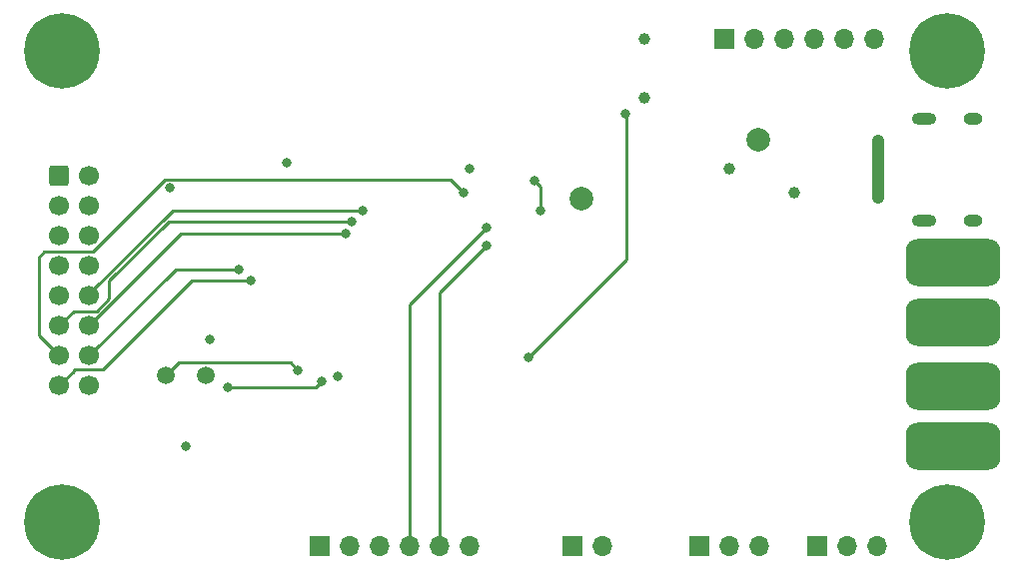
<source format=gbl>
G04 #@! TF.GenerationSoftware,KiCad,Pcbnew,6.0.9-8da3e8f707~117~ubuntu22.04.1*
G04 #@! TF.CreationDate,2022-12-19T09:45:41+00:00*
G04 #@! TF.ProjectId,esp32display,65737033-3264-4697-9370-6c61792e6b69,rev?*
G04 #@! TF.SameCoordinates,Original*
G04 #@! TF.FileFunction,Copper,L4,Bot*
G04 #@! TF.FilePolarity,Positive*
%FSLAX46Y46*%
G04 Gerber Fmt 4.6, Leading zero omitted, Abs format (unit mm)*
G04 Created by KiCad (PCBNEW 6.0.9-8da3e8f707~117~ubuntu22.04.1) date 2022-12-19 09:45:41*
%MOMM*%
%LPD*%
G01*
G04 APERTURE LIST*
G04 Aperture macros list*
%AMRoundRect*
0 Rectangle with rounded corners*
0 $1 Rounding radius*
0 $2 $3 $4 $5 $6 $7 $8 $9 X,Y pos of 4 corners*
0 Add a 4 corners polygon primitive as box body*
4,1,4,$2,$3,$4,$5,$6,$7,$8,$9,$2,$3,0*
0 Add four circle primitives for the rounded corners*
1,1,$1+$1,$2,$3*
1,1,$1+$1,$4,$5*
1,1,$1+$1,$6,$7*
1,1,$1+$1,$8,$9*
0 Add four rect primitives between the rounded corners*
20,1,$1+$1,$2,$3,$4,$5,0*
20,1,$1+$1,$4,$5,$6,$7,0*
20,1,$1+$1,$6,$7,$8,$9,0*
20,1,$1+$1,$8,$9,$2,$3,0*%
G04 Aperture macros list end*
G04 #@! TA.AperFunction,ComponentPad*
%ADD10R,1.700000X1.700000*%
G04 #@! TD*
G04 #@! TA.AperFunction,ComponentPad*
%ADD11O,1.700000X1.700000*%
G04 #@! TD*
G04 #@! TA.AperFunction,ComponentPad*
%ADD12O,2.100000X1.000000*%
G04 #@! TD*
G04 #@! TA.AperFunction,ComponentPad*
%ADD13O,1.600000X1.000000*%
G04 #@! TD*
G04 #@! TA.AperFunction,ComponentPad*
%ADD14RoundRect,1.000000X-3.000000X1.000000X-3.000000X-1.000000X3.000000X-1.000000X3.000000X1.000000X0*%
G04 #@! TD*
G04 #@! TA.AperFunction,ComponentPad*
%ADD15C,0.800000*%
G04 #@! TD*
G04 #@! TA.AperFunction,ComponentPad*
%ADD16C,6.400000*%
G04 #@! TD*
G04 #@! TA.AperFunction,ComponentPad*
%ADD17RoundRect,0.250000X-0.600000X-0.600000X0.600000X-0.600000X0.600000X0.600000X-0.600000X0.600000X0*%
G04 #@! TD*
G04 #@! TA.AperFunction,ComponentPad*
%ADD18C,1.700000*%
G04 #@! TD*
G04 #@! TA.AperFunction,ComponentPad*
%ADD19C,1.500000*%
G04 #@! TD*
G04 #@! TA.AperFunction,ViaPad*
%ADD20C,2.000000*%
G04 #@! TD*
G04 #@! TA.AperFunction,ViaPad*
%ADD21C,1.000000*%
G04 #@! TD*
G04 #@! TA.AperFunction,ViaPad*
%ADD22C,0.800000*%
G04 #@! TD*
G04 #@! TA.AperFunction,Conductor*
%ADD23C,1.000000*%
G04 #@! TD*
G04 #@! TA.AperFunction,Conductor*
%ADD24C,0.250000*%
G04 #@! TD*
G04 APERTURE END LIST*
D10*
G04 #@! TO.P,J8,1,Pin_1*
G04 #@! TO.N,+5V*
X190500000Y-121000000D03*
D11*
G04 #@! TO.P,J8,2,Pin_2*
G04 #@! TO.N,Net-(D3-Pad2)*
X193040000Y-121000000D03*
G04 #@! TO.P,J8,3,Pin_3*
G04 #@! TO.N,GND*
X195580000Y-121000000D03*
G04 #@! TD*
D12*
G04 #@! TO.P,J3,S1,SHIELD*
G04 #@! TO.N,GND*
X199545000Y-93370000D03*
D13*
X203725000Y-84730000D03*
D12*
X199545000Y-84730000D03*
D13*
X203725000Y-93370000D03*
G04 #@! TD*
D10*
G04 #@! TO.P,J6,1,Pin_1*
G04 #@! TO.N,TOUCH1*
X169725000Y-121000000D03*
D11*
G04 #@! TO.P,J6,2,Pin_2*
G04 #@! TO.N,TOUCH2*
X172265000Y-121000000D03*
G04 #@! TD*
D14*
G04 #@! TO.P,J2,1,Pin_1*
G04 #@! TO.N,GND*
X202000000Y-107460000D03*
G04 #@! TO.P,J2,2,Pin_2*
G04 #@! TO.N,+5V*
X202000000Y-112540000D03*
G04 #@! TD*
D10*
G04 #@! TO.P,J4,1,Pin_1*
G04 #@! TO.N,+3V3*
X148340000Y-121000000D03*
D11*
G04 #@! TO.P,J4,2,Pin_2*
X150880000Y-121000000D03*
G04 #@! TO.P,J4,3,Pin_3*
G04 #@! TO.N,GND*
X153420000Y-121000000D03*
G04 #@! TO.P,J4,4,Pin_4*
G04 #@! TO.N,SCL*
X155960000Y-121000000D03*
G04 #@! TO.P,J4,5,Pin_5*
G04 #@! TO.N,SDA*
X158500000Y-121000000D03*
G04 #@! TO.P,J4,6,Pin_6*
G04 #@! TO.N,unconnected-(J4-Pad6)*
X161040000Y-121000000D03*
G04 #@! TD*
D10*
G04 #@! TO.P,J9,1,Pin_1*
G04 #@! TO.N,+3V3*
X182650000Y-78000000D03*
D11*
G04 #@! TO.P,J9,2,Pin_2*
G04 #@! TO.N,GND*
X185190000Y-78000000D03*
G04 #@! TO.P,J9,3,Pin_3*
G04 #@! TO.N,TXDO_PROG*
X187730000Y-78000000D03*
G04 #@! TO.P,J9,4,Pin_4*
G04 #@! TO.N,RXDI_PROG*
X190270000Y-78000000D03*
G04 #@! TO.P,J9,5,Pin_5*
G04 #@! TO.N,RESET*
X192810000Y-78000000D03*
G04 #@! TO.P,J9,6,Pin_6*
G04 #@! TO.N,BOOT*
X195350000Y-78000000D03*
G04 #@! TD*
D15*
G04 #@! TO.P,REF\u002A\u002A,1*
G04 #@! TO.N,N/C*
X203197056Y-117302944D03*
X199802944Y-117302944D03*
X199802944Y-120697056D03*
X201500000Y-121400000D03*
X203197056Y-120697056D03*
X201500000Y-116600000D03*
X203900000Y-119000000D03*
X199100000Y-119000000D03*
D16*
X201500000Y-119000000D03*
G04 #@! TD*
D17*
G04 #@! TO.P,J5,1,Pin_1*
G04 #@! TO.N,R1*
X126247500Y-89610000D03*
D18*
G04 #@! TO.P,J5,2,Pin_2*
G04 #@! TO.N,G1*
X128787500Y-89610000D03*
G04 #@! TO.P,J5,3,Pin_3*
G04 #@! TO.N,B1*
X126247500Y-92150000D03*
G04 #@! TO.P,J5,4,Pin_4*
G04 #@! TO.N,GND*
X128787500Y-92150000D03*
G04 #@! TO.P,J5,5,Pin_5*
G04 #@! TO.N,R2*
X126247500Y-94690000D03*
G04 #@! TO.P,J5,6,Pin_6*
G04 #@! TO.N,G2*
X128787500Y-94690000D03*
G04 #@! TO.P,J5,7,Pin_7*
G04 #@! TO.N,B2*
X126247500Y-97230000D03*
G04 #@! TO.P,J5,8,Pin_8*
G04 #@! TO.N,GND*
X128787500Y-97230000D03*
G04 #@! TO.P,J5,9,Pin_9*
G04 #@! TO.N,A*
X126247500Y-99770000D03*
G04 #@! TO.P,J5,10,Pin_10*
G04 #@! TO.N,B*
X128787500Y-99770000D03*
G04 #@! TO.P,J5,11,Pin_11*
G04 #@! TO.N,C*
X126247500Y-102310000D03*
G04 #@! TO.P,J5,12,Pin_12*
G04 #@! TO.N,D*
X128787500Y-102310000D03*
G04 #@! TO.P,J5,13,Pin_13*
G04 #@! TO.N,CLK*
X126247500Y-104850000D03*
G04 #@! TO.P,J5,14,Pin_14*
G04 #@! TO.N,LAT*
X128787500Y-104850000D03*
G04 #@! TO.P,J5,15,Pin_15*
G04 #@! TO.N,OE*
X126247500Y-107390000D03*
G04 #@! TO.P,J5,16,Pin_16*
G04 #@! TO.N,GND*
X128787500Y-107390000D03*
G04 #@! TD*
D15*
G04 #@! TO.P,REF\u002A\u002A,1*
G04 #@! TO.N,N/C*
X203900000Y-79000000D03*
X201500000Y-76600000D03*
X199802944Y-80697056D03*
X201500000Y-81400000D03*
X203197056Y-77302944D03*
X203197056Y-80697056D03*
D16*
X201500000Y-79000000D03*
D15*
X199100000Y-79000000D03*
X199802944Y-77302944D03*
G04 #@! TD*
D10*
G04 #@! TO.P,J7,1,Pin_1*
G04 #@! TO.N,+5V*
X180475000Y-121000000D03*
D11*
G04 #@! TO.P,J7,2,Pin_2*
G04 #@! TO.N,Net-(D2-Pad2)*
X183015000Y-121000000D03*
G04 #@! TO.P,J7,3,Pin_3*
G04 #@! TO.N,GND*
X185555000Y-121000000D03*
G04 #@! TD*
D14*
G04 #@! TO.P,J1,1,Pin_1*
G04 #@! TO.N,GND*
X202000000Y-96920000D03*
G04 #@! TO.P,J1,2,Pin_2*
G04 #@! TO.N,+5V*
X202000000Y-102000000D03*
G04 #@! TD*
D19*
G04 #@! TO.P,R4,1*
G04 #@! TO.N,LIGHT*
X135300000Y-106500000D03*
G04 #@! TO.P,R4,2*
G04 #@! TO.N,GND*
X138700000Y-106500000D03*
G04 #@! TD*
D15*
G04 #@! TO.P,REF\u002A\u002A,1*
G04 #@! TO.N,N/C*
X126500000Y-81400000D03*
X124802944Y-77302944D03*
X128197056Y-80697056D03*
X124100000Y-79000000D03*
D16*
X126500000Y-79000000D03*
D15*
X126500000Y-76600000D03*
X128197056Y-77302944D03*
X128900000Y-79000000D03*
X124802944Y-80697056D03*
G04 #@! TD*
G04 #@! TO.P,REF\u002A\u002A,1*
G04 #@! TO.N,N/C*
X128197056Y-117302944D03*
X124100000Y-119000000D03*
X126500000Y-121400000D03*
X126500000Y-116600000D03*
D16*
X126500000Y-119000000D03*
D15*
X124802944Y-120697056D03*
X128900000Y-119000000D03*
X128197056Y-120697056D03*
X124802944Y-117302944D03*
G04 #@! TD*
D20*
G04 #@! TO.N,+5V*
X185500000Y-86500000D03*
D21*
G04 #@! TO.N,GND*
X183000000Y-89000000D03*
D22*
X145500000Y-88500000D03*
X149870707Y-106605500D03*
D21*
X188500000Y-91000000D03*
X175824500Y-83000000D03*
X175824500Y-78000000D03*
D22*
X161000000Y-89000000D03*
G04 #@! TO.N,+3V3*
X137000000Y-112500000D03*
X139000000Y-103500000D03*
D20*
X170500000Y-91500000D03*
D22*
X135629500Y-90629500D03*
G04 #@! TO.N,Net-(D1-Pad2)*
X195650000Y-91400000D03*
X195658847Y-86575500D03*
G04 #@! TO.N,NPX2*
X166500000Y-90000000D03*
X167000000Y-92500000D03*
G04 #@! TO.N,SDA*
X162500000Y-95500000D03*
G04 #@! TO.N,SCL*
X162500000Y-94000000D03*
G04 #@! TO.N,B*
X152000000Y-92500000D03*
G04 #@! TO.N,C*
X151000000Y-93500000D03*
G04 #@! TO.N,D*
X150500000Y-94500000D03*
G04 #@! TO.N,CLK*
X160500000Y-91000000D03*
G04 #@! TO.N,LAT*
X141500000Y-97500000D03*
G04 #@! TO.N,OE*
X142500000Y-98500000D03*
G04 #@! TO.N,BOOT*
X174261880Y-84325999D03*
X165995201Y-105004799D03*
G04 #@! TO.N,LIGHT*
X146500000Y-106054502D03*
G04 #@! TO.N,BUTTON*
X148500000Y-107000000D03*
X140500000Y-107500000D03*
G04 #@! TD*
D23*
G04 #@! TO.N,Net-(D1-Pad2)*
X195650000Y-91400000D02*
X195650000Y-86584347D01*
X195650000Y-86584347D02*
X195658847Y-86575500D01*
D24*
G04 #@! TO.N,NPX2*
X167000000Y-90500000D02*
X167000000Y-92500000D01*
X166500000Y-90000000D02*
X167000000Y-90500000D01*
G04 #@! TO.N,SDA*
X158500000Y-99500000D02*
X158500000Y-121000000D01*
X162500000Y-95500000D02*
X158500000Y-99500000D01*
G04 #@! TO.N,SCL*
X162500000Y-94000000D02*
X155960000Y-100540000D01*
X155960000Y-100540000D02*
X155960000Y-121000000D01*
G04 #@! TO.N,B*
X135864310Y-92500000D02*
X128787500Y-99576810D01*
X128787500Y-99576810D02*
X128787500Y-99770000D01*
X152000000Y-92500000D02*
X135864310Y-92500000D01*
G04 #@! TO.N,C*
X127500000Y-101057500D02*
X126247500Y-102310000D01*
X151000000Y-93500000D02*
X135500000Y-93500000D01*
X129404310Y-101057500D02*
X127500000Y-101057500D01*
X135500000Y-93500000D02*
X130500000Y-98500000D01*
X130500000Y-99961810D02*
X129404310Y-101057500D01*
X130500000Y-98500000D02*
X130500000Y-99961810D01*
G04 #@! TO.N,D*
X136597500Y-94500000D02*
X128787500Y-102310000D01*
X150500000Y-94500000D02*
X136597500Y-94500000D01*
G04 #@! TO.N,CLK*
X129084201Y-96055000D02*
X124945000Y-96055000D01*
X135234201Y-89905000D02*
X129084201Y-96055000D01*
X124500000Y-103102500D02*
X126247500Y-104850000D01*
X124500000Y-96500000D02*
X124500000Y-103102500D01*
X124945000Y-96055000D02*
X124500000Y-96500000D01*
X159405000Y-89905000D02*
X135234201Y-89905000D01*
X160500000Y-91000000D02*
X159405000Y-89905000D01*
G04 #@! TO.N,LAT*
X141500000Y-97500000D02*
X136137500Y-97500000D01*
X136137500Y-97500000D02*
X128787500Y-104850000D01*
G04 #@! TO.N,OE*
X129963765Y-106036235D02*
X127536235Y-106036235D01*
X127500000Y-106137500D02*
X126247500Y-107390000D01*
X127536235Y-106036235D02*
X127500000Y-106000000D01*
X142500000Y-98500000D02*
X137500000Y-98500000D01*
X127500000Y-106000000D02*
X127500000Y-106137500D01*
X137500000Y-98500000D02*
X129963765Y-106036235D01*
G04 #@! TO.N,BOOT*
X174261880Y-84325999D02*
X174275708Y-84339827D01*
X174275708Y-96724292D02*
X165995201Y-105004799D01*
X174275708Y-84339827D02*
X174275708Y-96724292D01*
G04 #@! TO.N,LIGHT*
X145870498Y-105425000D02*
X136375000Y-105425000D01*
X146500000Y-106054502D02*
X145870498Y-105425000D01*
X136375000Y-105425000D02*
X135300000Y-106500000D01*
G04 #@! TO.N,BUTTON*
X148500000Y-107000000D02*
X148000000Y-107500000D01*
X148000000Y-107500000D02*
X140500000Y-107500000D01*
G04 #@! TD*
M02*

</source>
